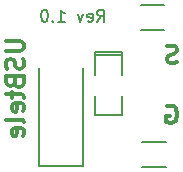
<source format=gbo>
G04 #@! TF.FileFunction,Legend,Bot*
%FSLAX46Y46*%
G04 Gerber Fmt 4.6, Leading zero omitted, Abs format (unit mm)*
G04 Created by KiCad (PCBNEW 4.0.4+e1-6308~48~ubuntu16.04.1-stable) date Mon Dec 19 21:15:10 2016*
%MOMM*%
%LPD*%
G01*
G04 APERTURE LIST*
%ADD10C,0.100000*%
%ADD11C,0.300000*%
%ADD12C,0.200000*%
%ADD13C,0.150000*%
G04 APERTURE END LIST*
D10*
D11*
X20141143Y5800000D02*
X20284000Y5871429D01*
X20498286Y5871429D01*
X20712571Y5800000D01*
X20855429Y5657143D01*
X20926857Y5514286D01*
X20998286Y5228571D01*
X20998286Y5014286D01*
X20926857Y4728571D01*
X20855429Y4585714D01*
X20712571Y4442857D01*
X20498286Y4371429D01*
X20355429Y4371429D01*
X20141143Y4442857D01*
X20069714Y4514286D01*
X20069714Y5014286D01*
X20355429Y5014286D01*
X20962571Y9522857D02*
X20748285Y9451429D01*
X20391142Y9451429D01*
X20248285Y9522857D01*
X20176856Y9594286D01*
X20105428Y9737143D01*
X20105428Y9880000D01*
X20176856Y10022857D01*
X20248285Y10094286D01*
X20391142Y10165714D01*
X20676856Y10237143D01*
X20819714Y10308571D01*
X20891142Y10380000D01*
X20962571Y10522857D01*
X20962571Y10665714D01*
X20891142Y10808571D01*
X20819714Y10880000D01*
X20676856Y10951429D01*
X20319714Y10951429D01*
X20105428Y10880000D01*
D12*
X14223428Y12979619D02*
X14556762Y13455810D01*
X14794857Y12979619D02*
X14794857Y13979619D01*
X14413904Y13979619D01*
X14318666Y13932000D01*
X14271047Y13884381D01*
X14223428Y13789143D01*
X14223428Y13646286D01*
X14271047Y13551048D01*
X14318666Y13503429D01*
X14413904Y13455810D01*
X14794857Y13455810D01*
X13413904Y13027238D02*
X13509142Y12979619D01*
X13699619Y12979619D01*
X13794857Y13027238D01*
X13842476Y13122476D01*
X13842476Y13503429D01*
X13794857Y13598667D01*
X13699619Y13646286D01*
X13509142Y13646286D01*
X13413904Y13598667D01*
X13366285Y13503429D01*
X13366285Y13408190D01*
X13842476Y13312952D01*
X13032952Y13646286D02*
X12794857Y12979619D01*
X12556761Y13646286D01*
X10890094Y12979619D02*
X11461523Y12979619D01*
X11175809Y12979619D02*
X11175809Y13979619D01*
X11271047Y13836762D01*
X11366285Y13741524D01*
X11461523Y13693905D01*
X10461523Y13074857D02*
X10413904Y13027238D01*
X10461523Y12979619D01*
X10509142Y13027238D01*
X10461523Y13074857D01*
X10461523Y12979619D01*
X9794857Y13979619D02*
X9699618Y13979619D01*
X9604380Y13932000D01*
X9556761Y13884381D01*
X9509142Y13789143D01*
X9461523Y13598667D01*
X9461523Y13360571D01*
X9509142Y13170095D01*
X9556761Y13074857D01*
X9604380Y13027238D01*
X9699618Y12979619D01*
X9794857Y12979619D01*
X9890095Y13027238D01*
X9937714Y13074857D01*
X9985333Y13170095D01*
X10032952Y13360571D01*
X10032952Y13598667D01*
X9985333Y13789143D01*
X9937714Y13884381D01*
X9890095Y13932000D01*
X9794857Y13979619D01*
D11*
X6504571Y11335999D02*
X7718857Y11335999D01*
X7861714Y11264571D01*
X7933143Y11193142D01*
X8004571Y11050285D01*
X8004571Y10764571D01*
X7933143Y10621713D01*
X7861714Y10550285D01*
X7718857Y10478856D01*
X6504571Y10478856D01*
X7933143Y9835999D02*
X8004571Y9621713D01*
X8004571Y9264570D01*
X7933143Y9121713D01*
X7861714Y9050284D01*
X7718857Y8978856D01*
X7576000Y8978856D01*
X7433143Y9050284D01*
X7361714Y9121713D01*
X7290286Y9264570D01*
X7218857Y9550284D01*
X7147429Y9693142D01*
X7076000Y9764570D01*
X6933143Y9835999D01*
X6790286Y9835999D01*
X6647429Y9764570D01*
X6576000Y9693142D01*
X6504571Y9550284D01*
X6504571Y9193142D01*
X6576000Y8978856D01*
X7218857Y7835999D02*
X7290286Y7621713D01*
X7361714Y7550285D01*
X7504571Y7478856D01*
X7718857Y7478856D01*
X7861714Y7550285D01*
X7933143Y7621713D01*
X8004571Y7764571D01*
X8004571Y8335999D01*
X6504571Y8335999D01*
X6504571Y7835999D01*
X6576000Y7693142D01*
X6647429Y7621713D01*
X6790286Y7550285D01*
X6933143Y7550285D01*
X7076000Y7621713D01*
X7147429Y7693142D01*
X7218857Y7835999D01*
X7218857Y8335999D01*
X7004571Y7050285D02*
X7004571Y6478856D01*
X6504571Y6835999D02*
X7790286Y6835999D01*
X7933143Y6764571D01*
X8004571Y6621713D01*
X8004571Y6478856D01*
X7933143Y5407428D02*
X8004571Y5550285D01*
X8004571Y5835999D01*
X7933143Y5978856D01*
X7790286Y6050285D01*
X7218857Y6050285D01*
X7076000Y5978856D01*
X7004571Y5835999D01*
X7004571Y5550285D01*
X7076000Y5407428D01*
X7218857Y5335999D01*
X7361714Y5335999D01*
X7504571Y6050285D01*
X8004571Y4478856D02*
X7933143Y4621714D01*
X7790286Y4693142D01*
X6504571Y4693142D01*
X7933143Y3336000D02*
X8004571Y3478857D01*
X8004571Y3764571D01*
X7933143Y3907428D01*
X7790286Y3978857D01*
X7218857Y3978857D01*
X7076000Y3907428D01*
X7004571Y3764571D01*
X7004571Y3478857D01*
X7076000Y3336000D01*
X7218857Y3264571D01*
X7361714Y3264571D01*
X7504571Y3978857D01*
D13*
X12986000Y766000D02*
X12986000Y9066000D01*
X9286000Y766000D02*
X9286000Y9066000D01*
X12986000Y766000D02*
X9286000Y766000D01*
X18010000Y673000D02*
X20010000Y673000D01*
X20010000Y2823000D02*
X18010000Y2823000D01*
X17900000Y12275000D02*
X19900000Y12275000D01*
X19900000Y14425000D02*
X17900000Y14425000D01*
X14057000Y10130000D02*
X14057000Y10384000D01*
X14057000Y10384000D02*
X16343000Y10384000D01*
X16343000Y10384000D02*
X16343000Y10130000D01*
X14057000Y10130000D02*
X16343000Y10130000D01*
X16343000Y10130000D02*
X16343000Y8479000D01*
X14057000Y6701000D02*
X14057000Y5050000D01*
X14057000Y5050000D02*
X16343000Y5050000D01*
X16343000Y5050000D02*
X16343000Y6701000D01*
X14057000Y8479000D02*
X14057000Y10130000D01*
M02*

</source>
